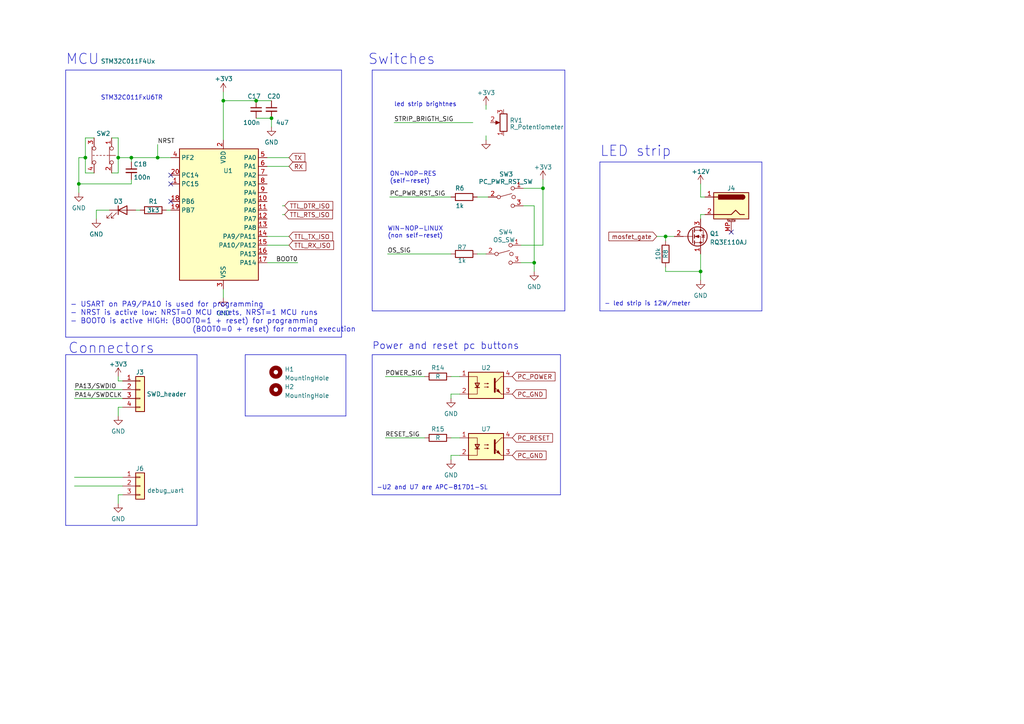
<source format=kicad_sch>
(kicad_sch (version 20230121) (generator eeschema)
  (paper "A4")
  (lib_symbols
    (symbol "Connector:Barrel_Jack_MountingPin" (pin_names hide)
      (property "Reference" "J" (at 0 5.334 0))
      (property "Value" "Barrel_Jack_MountingPin" (at 1.27 -6.35 0))
      (symbol "Barrel_Jack_MountingPin_0_1"
        (rectangle (start -5.08 3.81) (end 5.08 -3.81) (stroke (width 0.254)) (fill (type background)))
        (arc (start -3.302 3.175) (mid -3.9343 2.54) (end -3.302 1.905) (stroke (width 0.254)))
        (arc (start -3.302 3.175) (mid -3.9343 2.54) (end -3.302 1.905) (stroke (width 0.254)) (fill (type outline)))
        (polyline (pts (xy 5.08 2.54) (xy 3.81 2.54)) (stroke (width 0.254)))
        (polyline (pts (xy -3.81 -2.54) (xy -2.54 -2.54) (xy -1.27 -1.27) (xy 0 -2.54) (xy 2.54 -2.54) (xy 5.08 -2.54)) (stroke (width 0.254)))
        (rectangle (start 3.683 3.175) (end -3.302 1.905) (stroke (width 0.254)) (fill (type outline)))
      )
      (symbol "Barrel_Jack_MountingPin_1_1"
        (polyline (pts (xy -1.016 -4.572) (xy 1.016 -4.572)) (stroke (width 0.1524)))
        (text "Mounting" (at 0 -4.191 0) (effects (font (size 0.381 0.381))))
        (pin passive line (at 7.62 2.54 180) (length 2.54) (name "~") (number "1"))
        (pin passive line (at 7.62 -2.54 180) (length 2.54) (name "~") (number "2"))
        (pin passive line (at 0 -7.62 90) (length 3.048) (name "MountPin") (number "MP"))
      )
    )
    (symbol "Connector_Generic:Conn_01x03" (pin_names (offset 1.016) hide)
      (property "Reference" "J" (at 0 5.08 0))
      (property "Value" "Conn_01x03" (at 0 -5.08 0))
      (symbol "Conn_01x03_1_1"
        (rectangle (start -1.27 -2.413) (end 0 -2.667) (stroke (width 0.1524)))
        (rectangle (start -1.27 0.127) (end 0 -0.127) (stroke (width 0.1524)))
        (rectangle (start -1.27 2.667) (end 0 2.413) (stroke (width 0.1524)))
        (rectangle (start -1.27 3.81) (end 1.27 -3.81) (stroke (width 0.254)) (fill (type background)))
        (pin passive line (at -5.08 2.54 0) (length 3.81) (name "Pin_1") (number "1"))
        (pin passive line (at -5.08 0 0) (length 3.81) (name "Pin_2") (number "2"))
        (pin passive line (at -5.08 -2.54 0) (length 3.81) (name "Pin_3") (number "3"))
      )
    )
    (symbol "Connector_Generic:Conn_01x04" (pin_names (offset 1.016) hide)
      (property "Reference" "J" (at 0 5.08 0))
      (property "Value" "Conn_01x04" (at 0 -7.62 0))
      (symbol "Conn_01x04_1_1"
        (rectangle (start -1.27 -4.953) (end 0 -5.207) (stroke (width 0.1524)))
        (rectangle (start -1.27 -2.413) (end 0 -2.667) (stroke (width 0.1524)))
        (rectangle (start -1.27 0.127) (end 0 -0.127) (stroke (width 0.1524)))
        (rectangle (start -1.27 2.667) (end 0 2.413) (stroke (width 0.1524)))
        (rectangle (start -1.27 3.81) (end 1.27 -6.35) (stroke (width 0.254)) (fill (type background)))
        (pin passive line (at -5.08 2.54 0) (length 3.81) (name "Pin_1") (number "1"))
        (pin passive line (at -5.08 0 0) (length 3.81) (name "Pin_2") (number "2"))
        (pin passive line (at -5.08 -2.54 0) (length 3.81) (name "Pin_3") (number "3"))
        (pin passive line (at -5.08 -5.08 0) (length 3.81) (name "Pin_4") (number "4"))
      )
    )
    (symbol "Device:C_Small" (pin_numbers hide) (pin_names (offset 0.254) hide)
      (property "Reference" "C" (at 0.254 1.778 0))
      (property "Value" "C_Small" (at 0.254 -2.032 0))
      (symbol "C_Small_0_1"
        (polyline (pts (xy -1.524 -0.508) (xy 1.524 -0.508)) (stroke (width 0.3302)))
        (polyline (pts (xy -1.524 0.508) (xy 1.524 0.508)) (stroke (width 0.3048)))
      )
      (symbol "C_Small_1_1"
        (pin passive line (at 0 2.54 270) (length 2.032) (name "~") (number "1"))
        (pin passive line (at 0 -2.54 90) (length 2.032) (name "~") (number "2"))
      )
    )
    (symbol "Device:LED" (pin_numbers hide) (pin_names (offset 1.016) hide)
      (property "Reference" "D" (at 0 2.54 0))
      (property "Value" "LED" (at 0 -2.54 0))
      (symbol "LED_0_1"
        (polyline (pts (xy -1.27 -1.27) (xy -1.27 1.27)) (stroke (width 0.254)))
        (polyline (pts (xy -1.27 0) (xy 1.27 0)))
        (polyline (pts (xy 1.27 -1.27) (xy 1.27 1.27) (xy -1.27 0) (xy 1.27 -1.27)) (stroke (width 0.254)))
        (polyline (pts (xy -3.048 -0.762) (xy -4.572 -2.286) (xy -3.81 -2.286) (xy -4.572 -2.286) (xy -4.572 -1.524)))
        (polyline (pts (xy -1.778 -0.762) (xy -3.302 -2.286) (xy -2.54 -2.286) (xy -3.302 -2.286) (xy -3.302 -1.524)))
      )
      (symbol "LED_1_1"
        (pin passive line (at -3.81 0 0) (length 2.54) (name "K") (number "1"))
        (pin passive line (at 3.81 0 180) (length 2.54) (name "A") (number "2"))
      )
    )
    (symbol "Device:R" (pin_numbers hide) (pin_names (offset 0))
      (property "Reference" "R" (at 2.032 0 90))
      (property "Value" "R" (at 0 0 90))
      (symbol "R_0_1"
        (rectangle (start -1.016 -2.54) (end 1.016 2.54) (stroke (width 0.254)))
      )
      (symbol "R_1_1"
        (pin passive line (at 0 3.81 270) (length 1.27) (name "~") (number "1"))
        (pin passive line (at 0 -3.81 90) (length 1.27) (name "~") (number "2"))
      )
    )
    (symbol "Device:R_Potentiometer" (pin_names (offset 1.016) hide)
      (property "Reference" "RV" (at -4.445 0 90))
      (property "Value" "R_Potentiometer" (at -2.54 0 90))
      (symbol "R_Potentiometer_0_1"
        (polyline (pts (xy 2.54 0) (xy 1.524 0)))
        (polyline (pts (xy 1.143 0) (xy 2.286 0.508) (xy 2.286 -0.508) (xy 1.143 0)) (fill (type outline)))
        (rectangle (start 1.016 2.54) (end -1.016 -2.54) (stroke (width 0.254)))
      )
      (symbol "R_Potentiometer_1_1"
        (pin passive line (at 0 3.81 270) (length 1.27) (name "1") (number "1"))
        (pin passive line (at 3.81 0 180) (length 1.27) (name "2") (number "2"))
        (pin passive line (at 0 -3.81 90) (length 1.27) (name "3") (number "3"))
      )
    )
    (symbol "Isolator:PC817" (pin_names (offset 1.016))
      (property "Reference" "U" (at -5.08 5.08 0))
      (property "Value" "PC817" (at 0 5.08 0))
      (symbol "PC817_0_1"
        (rectangle (start -5.08 3.81) (end 5.08 -3.81) (stroke (width 0.254)) (fill (type background)))
        (polyline (pts (xy -3.175 -0.635) (xy -1.905 -0.635)) (stroke (width 0.254)))
        (polyline (pts (xy 2.54 0.635) (xy 4.445 2.54)))
        (polyline (pts (xy 4.445 -2.54) (xy 2.54 -0.635)) (fill (type outline)))
        (polyline (pts (xy 4.445 -2.54) (xy 5.08 -2.54)))
        (polyline (pts (xy 4.445 2.54) (xy 5.08 2.54)))
        (polyline (pts (xy -5.08 2.54) (xy -2.54 2.54) (xy -2.54 -0.635)))
        (polyline (pts (xy -2.54 -0.635) (xy -2.54 -2.54) (xy -5.08 -2.54)))
        (polyline (pts (xy 2.54 1.905) (xy 2.54 -1.905) (xy 2.54 -1.905)) (stroke (width 0.508)))
        (polyline (pts (xy -2.54 -0.635) (xy -3.175 0.635) (xy -1.905 0.635) (xy -2.54 -0.635)) (stroke (width 0.254)))
        (polyline (pts (xy -0.508 -0.508) (xy 0.762 -0.508) (xy 0.381 -0.635) (xy 0.381 -0.381) (xy 0.762 -0.508)))
        (polyline (pts (xy -0.508 0.508) (xy 0.762 0.508) (xy 0.381 0.381) (xy 0.381 0.635) (xy 0.762 0.508)))
        (polyline (pts (xy 3.048 -1.651) (xy 3.556 -1.143) (xy 4.064 -2.159) (xy 3.048 -1.651) (xy 3.048 -1.651)) (fill (type outline)))
      )
      (symbol "PC817_1_1"
        (pin passive line (at -7.62 2.54 0) (length 2.54) (name "~") (number "1"))
        (pin passive line (at -7.62 -2.54 0) (length 2.54) (name "~") (number "2"))
        (pin passive line (at 7.62 -2.54 180) (length 2.54) (name "~") (number "3"))
        (pin passive line (at 7.62 2.54 180) (length 2.54) (name "~") (number "4"))
      )
    )
    (symbol "MCU_ST_STM32C0:STM32C011F4Ux"
      (property "Reference" "U" (at -10.16 21.59 0))
      (property "Value" "STM32C011F4Ux" (at 5.08 21.59 0))
      (symbol "STM32C011F4Ux_0_1"
        (rectangle (start -10.16 -17.78) (end 12.7 20.32) (stroke (width 0.254)) (fill (type background)))
      )
      (symbol "STM32C011F4Ux_1_1"
        (pin bidirectional line (at -12.7 10.16 0) (length 2.54) (name "PC15") (number "1"))
        (pin bidirectional line (at 15.24 5.08 180) (length 2.54) (name "PA5") (number "10"))
        (pin bidirectional line (at 15.24 2.54 180) (length 2.54) (name "PA6") (number "11"))
        (pin bidirectional line (at 15.24 0 180) (length 2.54) (name "PA7") (number "12"))
        (pin bidirectional line (at 15.24 -2.54 180) (length 2.54) (name "PA8") (number "13"))
        (pin bidirectional line (at 15.24 -5.08 180) (length 2.54) (name "PA9/PA11") (number "14"))
        (pin bidirectional line (at 15.24 -7.62 180) (length 2.54) (name "PA10/PA12") (number "15"))
        (pin bidirectional line (at 15.24 -10.16 180) (length 2.54) (name "PA13") (number "16"))
        (pin bidirectional line (at 15.24 -12.7 180) (length 2.54) (name "PA14") (number "17"))
        (pin bidirectional line (at -12.7 5.08 0) (length 2.54) (name "PB6") (number "18"))
        (pin bidirectional line (at -12.7 2.54 0) (length 2.54) (name "PB7") (number "19"))
        (pin power_in line (at 2.54 22.86 270) (length 2.54) (name "VDD") (number "2"))
        (pin bidirectional line (at -12.7 12.7 0) (length 2.54) (name "PC14") (number "20"))
        (pin power_in line (at 2.54 -20.32 90) (length 2.54) (name "VSS") (number "3"))
        (pin bidirectional line (at -12.7 17.78 0) (length 2.54) (name "PF2") (number "4"))
        (pin bidirectional line (at 15.24 17.78 180) (length 2.54) (name "PA0") (number "5"))
        (pin bidirectional line (at 15.24 15.24 180) (length 2.54) (name "PA1") (number "6"))
        (pin bidirectional line (at 15.24 12.7 180) (length 2.54) (name "PA2") (number "7"))
        (pin bidirectional line (at 15.24 10.16 180) (length 2.54) (name "PA3") (number "8"))
        (pin bidirectional line (at 15.24 7.62 180) (length 2.54) (name "PA4") (number "9"))
      )
    )
    (symbol "Mechanical:MountingHole" (pin_names (offset 1.016))
      (property "Reference" "H" (at 0 5.08 0))
      (property "Value" "MountingHole" (at 0 3.175 0))
      (symbol "MountingHole_0_1"
        (circle (center 0 0) (radius 1.27) (stroke (width 1.27)))
      )
    )
    (symbol "RQ3E100GNTB:RQ3E110AJ" (pin_names hide)
      (property "Reference" "Q" (at 5.08 1.905 0))
      (property "Value" "RQ3E110AJ" (at 5.08 0 0))
      (symbol "RQ3E110AJ_0_1"
        (polyline (pts (xy 0.254 0) (xy -2.54 0)))
        (polyline (pts (xy 0.254 1.905) (xy 0.254 -1.905)) (stroke (width 0.254)))
        (polyline (pts (xy 0.762 -1.27) (xy 0.762 -2.286)) (stroke (width 0.254)))
        (polyline (pts (xy 0.762 0.508) (xy 0.762 -0.508)) (stroke (width 0.254)))
        (polyline (pts (xy 0.762 2.286) (xy 0.762 1.27)) (stroke (width 0.254)))
        (polyline (pts (xy 2.54 2.54) (xy 2.54 1.778)))
        (polyline (pts (xy 2.54 -2.54) (xy 2.54 0) (xy 0.762 0)))
        (polyline (pts (xy 0.762 -1.778) (xy 3.302 -1.778) (xy 3.302 1.778) (xy 0.762 1.778)))
        (polyline (pts (xy 1.016 0) (xy 2.032 0.381) (xy 2.032 -0.381) (xy 1.016 0)) (fill (type outline)))
        (polyline (pts (xy 2.794 0.508) (xy 2.921 0.381) (xy 3.683 0.381) (xy 3.81 0.254)))
        (polyline (pts (xy 3.302 0.381) (xy 2.921 -0.254) (xy 3.683 -0.254) (xy 3.302 0.381)))
        (circle (center 1.651 0) (radius 2.794) (stroke (width 0.254)))
        (circle (center 2.54 -1.778) (radius 0.254) (fill (type outline)))
        (circle (center 2.54 1.778) (radius 0.254) (fill (type outline)))
      )
      (symbol "RQ3E110AJ_1_1"
        (pin passive line (at 2.54 -5.08 90) (length 2.54) (name "S") (number "1"))
        (pin input line (at -5.08 0 0) (length 2.54) (name "G") (number "2"))
        (pin passive line (at 2.54 5.08 270) (length 2.54) (name "D") (number "3"))
      )
    )
    (symbol "Switch:SW_Push_Open_Dual" (pin_names (offset 1.016) hide)
      (property "Reference" "SW" (at 1.27 2.54 0))
      (property "Value" "SW_Push_Open_Dual" (at 0 -6.985 0))
      (symbol "SW_Push_Open_Dual_0_1"
        (circle (center -2.032 -5.08) (radius 0.508))
        (circle (center -2.032 0) (radius 0.508))
        (polyline (pts (xy 0 -4.953) (xy 0 -5.461)))
        (polyline (pts (xy 0 -3.937) (xy 0 -4.445)))
        (polyline (pts (xy 0 -3.429) (xy 0 -2.921)))
        (polyline (pts (xy 0 -2.413) (xy 0 -1.905)))
        (polyline (pts (xy 0 -1.397) (xy 0 -0.889)))
        (polyline (pts (xy 0 -0.635) (xy 0 1.143)))
        (polyline (pts (xy 2.54 -5.715) (xy -2.54 -5.715)))
        (polyline (pts (xy 2.54 -0.635) (xy -2.54 -0.635)))
        (circle (center 2.032 -5.08) (radius 0.508))
        (circle (center 2.032 0) (radius 0.508))
        (pin passive line (at -5.08 0 0) (length 2.54) (name "1") (number "1"))
        (pin passive line (at 5.08 0 180) (length 2.54) (name "2") (number "2"))
        (pin passive line (at -5.08 -5.08 0) (length 2.54) (name "3") (number "3"))
        (pin passive line (at 5.08 -5.08 180) (length 2.54) (name "4") (number "4"))
      )
    )
    (symbol "Switch:SW_SPDT_MSM" (pin_names (offset 0) hide)
      (property "Reference" "SW" (at 0 5.08 0))
      (property "Value" "SW_SPDT_MSM" (at 0 -5.08 0))
      (symbol "SW_SPDT_MSM_0_0"
        (circle (center -2.032 0) (radius 0.508))
        (polyline (pts (xy -1.524 0.127) (xy 1.778 1.016)))
        (circle (center 2.032 -2.54) (radius 0.508))
      )
      (symbol "SW_SPDT_MSM_0_1"
        (circle (center 2.032 2.54) (radius 0.508))
        (circle (center 2.286 0) (radius 0.508))
      )
      (symbol "SW_SPDT_MSM_1_1"
        (pin passive line (at 5.08 2.54 180) (length 2.54) (name "1") (number "1"))
        (pin passive line (at -5.08 0 0) (length 2.54) (name "2") (number "2"))
        (pin passive line (at 5.08 -2.54 180) (length 2.54) (name "3") (number "3"))
      )
    )
    (symbol "power:+12V" (power) (pin_names (offset 0))
      (property "Value" "+12V" (at 0 3.556 0))
      (symbol "+12V_0_1"
        (polyline (pts (xy -0.762 1.27) (xy 0 2.54)))
        (polyline (pts (xy 0 0) (xy 0 2.54)))
        (polyline (pts (xy 0 2.54) (xy 0.762 1.27)))
      )
      (symbol "+12V_1_1"
        (pin power_in line (at 0 0 90) (length 0) hide (name "+12V") (number "1"))
      )
    )
    (symbol "power:+3V3" (power) (pin_names (offset 0))
      (property "Value" "+3V3" (at 0 3.556 0))
      (symbol "+3V3_0_1"
        (polyline (pts (xy -0.762 1.27) (xy 0 2.54)))
        (polyline (pts (xy 0 0) (xy 0 2.54)))
        (polyline (pts (xy 0 2.54) (xy 0.762 1.27)))
      )
      (symbol "+3V3_1_1"
        (pin power_in line (at 0 0 90) (length 0) hide (name "+3V3") (number "1"))
      )
    )
    (symbol "power:GND" (power) (pin_names (offset 0))
      (property "Value" "GND" (at 0 -3.81 0))
      (symbol "GND_0_1"
        (polyline (pts (xy 0 0) (xy 0 -1.27) (xy 1.27 -1.27) (xy 0 -2.54) (xy -1.27 -1.27) (xy 0 -1.27)))
      )
      (symbol "GND_1_1"
        (pin power_in line (at 0 0 270) (length 0) hide (name "GND") (number "1"))
      )
    )
  )
  (junction (at 74.295 29.21))
  (junction (at 24.765 45.72))
  (junction (at 64.77 29.21))
  (junction (at 45.72 45.72))
  (junction (at 34.29 45.72))
  (junction (at 157.48 54.61))
  (junction (at 38.1 45.72))
  (junction (at 22.86 53.34))
  (junction (at 193.04 68.58))
  (junction (at 203.2 78.74))
  (junction (at 78.74 34.29))
  (junction (at 154.94 76.2))
  (no_connect (at 49.53 58.42))
  (no_connect (at 49.53 53.34))
  (no_connect (at 49.53 50.8))
  (no_connect (at 212.09 67.31))
  (wire (pts (xy 45.72 41.91) (xy 45.72 45.72)))
  (wire (pts (xy 22.86 45.72) (xy 24.765 45.72)))
  (polyline (pts (xy 19.05 102.87) (xy 57.15 102.87)))
  (wire (pts (xy 34.29 118.11) (xy 35.56 118.11)))
  (wire (pts (xy 193.04 68.58) (xy 195.58 68.58)))
  (wire (pts (xy 130.81 132.08) (xy 133.35 132.08)))
  (wire (pts (xy 86.36 76.2) (xy 77.47 76.2)))
  (wire (pts (xy 64.77 83.82) (xy 64.77 86.36)))
  (wire (pts (xy 151.765 54.61) (xy 157.48 54.61)))
  (wire (pts (xy 193.04 78.74) (xy 203.2 78.74)))
  (wire (pts (xy 130.81 114.3) (xy 130.81 115.57)))
  (wire (pts (xy 34.29 143.51) (xy 34.29 146.05)))
  (wire (pts (xy 112.395 73.66) (xy 130.81 73.66)))
  (wire (pts (xy 32.385 40.005) (xy 34.29 40.005)))
  (wire (pts (xy 83.82 45.72) (xy 77.47 45.72)))
  (wire (pts (xy 203.2 73.66) (xy 203.2 78.74)))
  (wire (pts (xy 34.29 45.72) (xy 38.1 45.72)))
  (wire (pts (xy 151.13 76.2) (xy 154.94 76.2)))
  (wire (pts (xy 82.55 59.69) (xy 81.915 59.69)))
  (wire (pts (xy 38.1 52.07) (xy 38.1 53.34)))
  (wire (pts (xy 140.97 30.48) (xy 140.97 31.75)))
  (wire (pts (xy 31.75 60.96) (xy 27.94 60.96)))
  (wire (pts (xy 203.2 53.34) (xy 203.2 57.15)))
  (wire (pts (xy 34.29 143.51) (xy 35.56 143.51)))
  (wire (pts (xy 83.82 68.58) (xy 77.47 68.58)))
  (wire (pts (xy 154.94 76.2) (xy 154.94 78.74)))
  (polyline (pts (xy 19.05 20.32) (xy 19.05 97.79)))
  (polyline (pts (xy 107.95 20.32) (xy 163.83 20.32)))
  (wire (pts (xy 151.13 71.12) (xy 157.48 71.12)))
  (wire (pts (xy 22.86 53.34) (xy 22.86 55.88)))
  (wire (pts (xy 157.48 54.61) (xy 157.48 71.12)))
  (polyline (pts (xy 173.99 46.99) (xy 173.99 90.17)))
  (polyline (pts (xy 19.05 97.79) (xy 99.06 97.79)))
  (polyline (pts (xy 71.12 102.87) (xy 71.12 120.65)))
  (wire (pts (xy 64.77 29.21) (xy 64.77 26.67)))
  (wire (pts (xy 24.765 40.005) (xy 27.305 40.005)))
  (wire (pts (xy 34.29 40.005) (xy 34.29 45.72)))
  (wire (pts (xy 151.765 59.69) (xy 154.94 59.69)))
  (polyline (pts (xy 173.99 46.99) (xy 220.98 46.99)))
  (wire (pts (xy 203.2 57.15) (xy 204.47 57.15)))
  (polyline (pts (xy 100.33 120.65) (xy 71.12 120.65)))
  (wire (pts (xy 21.59 113.03) (xy 35.56 113.03)))
  (polyline (pts (xy 19.05 152.4) (xy 57.15 152.4)))
  (polyline (pts (xy 107.95 90.17) (xy 163.83 90.17)))
  (polyline (pts (xy 220.98 90.17) (xy 220.98 46.99)))
  (polyline (pts (xy 107.95 143.51) (xy 162.56 143.51)))
  (wire (pts (xy 113.03 57.15) (xy 130.81 57.15)))
  (wire (pts (xy 193.04 68.58) (xy 193.04 69.85)))
  (polyline (pts (xy 107.95 20.32) (xy 107.95 90.17)))
  (wire (pts (xy 203.2 62.23) (xy 203.2 63.5)))
  (wire (pts (xy 27.305 50.165) (xy 24.765 50.165)))
  (wire (pts (xy 74.295 34.29) (xy 78.74 34.29)))
  (polyline (pts (xy 57.15 152.4) (xy 57.15 102.87)))
  (wire (pts (xy 111.76 127) (xy 123.19 127)))
  (wire (pts (xy 24.765 45.72) (xy 24.765 50.165)))
  (wire (pts (xy 82.55 62.23) (xy 81.915 62.23)))
  (wire (pts (xy 27.94 60.96) (xy 27.94 63.5)))
  (wire (pts (xy 78.74 34.29) (xy 78.74 36.83)))
  (wire (pts (xy 83.82 48.26) (xy 77.47 48.26)))
  (wire (pts (xy 21.59 138.43) (xy 35.56 138.43)))
  (wire (pts (xy 38.1 45.72) (xy 45.72 45.72)))
  (polyline (pts (xy 71.12 102.87) (xy 100.33 102.87)))
  (wire (pts (xy 203.2 62.23) (xy 204.47 62.23)))
  (polyline (pts (xy 107.95 102.87) (xy 107.95 143.51)))
  (wire (pts (xy 111.76 109.22) (xy 123.19 109.22)))
  (wire (pts (xy 21.59 115.57) (xy 35.56 115.57)))
  (wire (pts (xy 74.295 29.21) (xy 78.74 29.21)))
  (wire (pts (xy 64.77 29.21) (xy 74.295 29.21)))
  (wire (pts (xy 34.29 118.11) (xy 34.29 120.65)))
  (polyline (pts (xy 162.56 143.51) (xy 162.56 102.87)))
  (wire (pts (xy 40.64 60.96) (xy 39.37 60.96)))
  (wire (pts (xy 22.86 45.72) (xy 22.86 53.34)))
  (polyline (pts (xy 99.06 97.79) (xy 99.06 20.32)))
  (wire (pts (xy 48.26 60.96) (xy 49.53 60.96)))
  (polyline (pts (xy 173.99 90.17) (xy 220.98 90.17)))
  (wire (pts (xy 140.97 39.37) (xy 140.97 40.64)))
  (wire (pts (xy 130.81 127) (xy 133.35 127)))
  (wire (pts (xy 24.765 40.005) (xy 24.765 45.72)))
  (wire (pts (xy 83.82 71.12) (xy 77.47 71.12)))
  (wire (pts (xy 64.77 29.21) (xy 64.77 40.64)))
  (wire (pts (xy 45.72 45.72) (xy 49.53 45.72)))
  (wire (pts (xy 157.48 52.07) (xy 157.48 54.61)))
  (polyline (pts (xy 107.95 102.87) (xy 162.56 102.87)))
  (wire (pts (xy 138.43 57.15) (xy 141.605 57.15)))
  (wire (pts (xy 114.3 35.56) (xy 137.16 35.56)))
  (wire (pts (xy 154.94 59.69) (xy 154.94 76.2)))
  (wire (pts (xy 203.2 78.74) (xy 203.2 81.28)))
  (wire (pts (xy 22.86 53.34) (xy 38.1 53.34)))
  (polyline (pts (xy 19.05 20.32) (xy 99.06 20.32)))
  (wire (pts (xy 34.29 50.165) (xy 32.385 50.165)))
  (wire (pts (xy 34.29 45.72) (xy 34.29 50.165)))
  (polyline (pts (xy 163.83 90.17) (xy 163.83 20.32)))
  (wire (pts (xy 138.43 73.66) (xy 140.97 73.66)))
  (wire (pts (xy 130.81 132.08) (xy 130.81 133.35)))
  (wire (pts (xy 21.59 140.97) (xy 35.56 140.97)))
  (wire (pts (xy 38.1 45.72) (xy 38.1 46.99)))
  (polyline (pts (xy 19.05 102.87) (xy 19.05 152.4)))
  (wire (pts (xy 190.5 68.58) (xy 193.04 68.58)))
  (wire (pts (xy 34.29 109.22) (xy 34.29 110.49)))
  (wire (pts (xy 133.35 114.3) (xy 130.81 114.3)))
  (wire (pts (xy 130.81 109.22) (xy 133.35 109.22)))
  (wire (pts (xy 34.29 110.49) (xy 35.56 110.49)))
  (wire (pts (xy 193.04 77.47) (xy 193.04 78.74)))
  (polyline (pts (xy 100.33 102.87) (xy 100.33 120.65)))
  (text "led strip brightnes" (at 114.3 31.115 0) (effects (font (size 1.27 1.27)) (justify left bottom)))
  (text "-U2 and U7 are APC-817D1-SL" (at 109.22 142.24 0) (effects (font (size 1.27 1.27)) (justify left bottom)))
  (text "ON-NOP-RES\n(self-reset)" (at 113.03 53.34 0) (effects (font (size 1.27 1.27)) (justify left bottom)))
  (text "STM32C011FxU6TR" (at 29.21 29.21 0) (effects (font (size 1.27 1.27)) (justify left bottom)))
  (text "MCU" (at 19.05 19.05 0) (effects (font (size 3 3)) (justify left bottom)))
  (text "WIN-NOP-LINUX\n(non self-reset)" (at 112.395 69.215 0) (effects (font (size 1.27 1.27)) (justify left bottom)))
  (text "Power and reset pc buttons" (at 107.95 101.6 0) (effects (font (size 2 2)) (justify left bottom)))
  (text "Connectors" (at 19.685 102.87 0) (effects (font (size 3 3)) (justify left bottom)))
  (text "LED strip" (at 173.99 45.72 0) (effects (font (size 3 3)) (justify left bottom)))
  (text "- USART on PA9/PA10 is used for programming\n- NRST is active low: NRST=0 MCU resets, NRST=1 MCU runs\n- BOOT0 is active HIGH: (BOOT0=1 + reset) for programming\n                               (BOOT0=0 + reset) for normal execution" (at 20.32 96.52 0) (effects (font (size 1.5 1.5)) (justify left bottom)))
  (text "Switches" (at 106.68 19.05 0) (effects (font (size 3 3)) (justify left bottom)))
  (text "- led strip is 12W/meter" (at 175.26 88.9 0) (effects (font (size 1.27 1.27)) (justify left bottom)))
  (label "RESET_SIG" (at 111.76 127 0))
  (label "PA13{slash}SWDIO" (at 21.59 113.03 0))
  (label "PA14{slash}SWDCLK" (at 21.59 115.57 0))
  (label "STRIP_BRIGTH_SIG" (at 114.3 35.56 0))
  (label "NRST" (at 45.72 41.91 0))
  (label "POWER_SIG" (at 111.76 109.22 0))
  (label "OS_SIG" (at 112.395 73.66 0))
  (label "PC_PWR_RST_SIG" (at 113.03 57.15 0))
  (label "BOOT0" (at 86.36 76.2 180))
  (global_label "PC_GND" (shape input) (at 148.59 114.3 0) (property "Intersheetrefs" "${INTERSHEET_REFS}" (effects hide)))
  (global_label "TTL_RX_ISO" (shape input) (at 83.82 71.12 0) (property "Intersheetrefs" "${INTERSHEET_REFS}" (effects hide)))
  (global_label "TX" (shape input) (at 83.82 45.72 0) (property "Intersheetrefs" "${INTERSHEET_REFS}" (effects hide)))
  (global_label "TTL_RTS_ISO" (shape input) (at 82.55 62.23 0) (property "Intersheetrefs" "${INTERSHEET_REFS}" (effects hide)))
  (global_label "mosfet_gate" (shape input) (at 190.5 68.58 180) (property "Intersheetrefs" "${INTERSHEET_REFS}" (effects hide)))
  (global_label "TTL_TX_ISO" (shape input) (at 83.82 68.58 0) (property "Intersheetrefs" "${INTERSHEET_REFS}" (effects hide)))
  (global_label "PC_POWER" (shape input) (at 148.59 109.22 0) (property "Intersheetrefs" "${INTERSHEET_REFS}" (effects hide)))
  (global_label "TTL_DTR_ISO" (shape input) (at 82.55 59.69 0) (property "Intersheetrefs" "${INTERSHEET_REFS}" (effects hide)))
  (global_label "PC_GND" (shape input) (at 148.59 132.08 0) (property "Intersheetrefs" "${INTERSHEET_REFS}" (effects hide)))
  (global_label "PC_RESET" (shape input) (at 148.59 127 0) (property "Intersheetrefs" "${INTERSHEET_REFS}" (effects hide)))
  (global_label "RX" (shape input) (at 83.82 48.26 0) (property "Intersheetrefs" "${INTERSHEET_REFS}" (effects hide)))
  (symbol (lib_id "power:GND") (at 203.2 81.28 0) (unit 1)
    (property "Reference" "#PWR0119" (effects hide))
    (property "Value" "GND" (at 203.2 85.7234 0))
  )
  (symbol (lib_id "Device:R") (at 134.62 73.66 90) (unit 1)
    (property "Reference" "R7" (at 133.985 71.755 90))
    (property "Value" "1k" (at 133.985 75.565 90))
    (property "Footprint" "Resistor_SMD:R_0603_1608Metric" (effects hide))
  )
  (symbol (lib_id "Switch:SW_SPDT_MSM") (at 146.05 73.66 0) (unit 1)
    (property "Reference" "SW4" (at 146.685 67.31 0))
    (property "Value" "OS_SW" (at 146.177 69.5761 0))
    (property "Footprint" "MTS-102-103:MTS-102-103" (effects hide))
  )
  (symbol (lib_id "power:GND") (at 140.97 40.64 0) (unit 1)
    (property "Reference" "#PWR0127" (effects hide))
    (property "Value" "GND" (effects hide))
  )
  (symbol (lib_id "Device:R") (at 127 109.22 90) (unit 1)
    (property "Reference" "R14" (at 127 106.68 90))
    (property "Value" "R" (at 127 109.22 90))
    (property "Footprint" "Resistor_SMD:R_0603_1608Metric" (effects hide))
  )
  (symbol (lib_id "power:+3V3") (at 64.77 26.67 0) (unit 1)
    (property "Reference" "#PWR07" (effects hide))
    (property "Value" "+3V3" (at 62.23 22.86 0) (effects (justify left)))
  )
  (symbol (lib_id "Device:R") (at 193.04 73.66 0) (unit 1)
    (property "Reference" "R8" (at 193.04 73.66 90))
    (property "Value" "10k" (at 190.8611 73.66 90))
    (property "Footprint" "Resistor_SMD:R_0603_1608Metric" (effects hide))
  )
  (symbol (lib_id "power:+3V3") (at 34.29 109.22 0) (unit 1)
    (property "Reference" "#PWR0115" (effects hide))
    (property "Value" "+3V3" (at 34.29 105.6442 0))
  )
  (symbol (lib_id "power:+3V3") (at 140.97 30.48 0) (unit 1)
    (property "Reference" "#PWR0126" (effects hide))
    (property "Value" "+3V3" (at 140.97 26.9042 0))
  )
  (symbol (lib_id "power:+3V3") (at 157.48 52.07 0) (unit 1)
    (property "Reference" "#PWR0124" (effects hide))
    (property "Value" "+3V3" (at 157.48 48.4942 0))
  )
  (symbol (lib_id "Switch:SW_Push_Open_Dual") (at 32.385 45.085 270) (unit 1)
    (property "Reference" "SW2" (at 27.94 38.735 90) (effects (justify left)))
    (property "Value" "SW_Push_Open_Dual" (effects hide))
    (property "Footprint" "SKRPACE010:SW_SKRPACE010" (effects hide))
  )
  (symbol (lib_id "power:GND") (at 130.81 115.57 0) (unit 1)
    (property "Reference" "#PWR0131" (effects hide))
    (property "Value" "GND" (at 130.81 120.0134 0))
  )
  (symbol (lib_id "Device:C_Small") (at 74.295 31.75 0) (unit 1)
    (property "Reference" "C17" (at 71.755 27.94 0) (effects (justify left)))
    (property "Value" "100n" (at 70.485 35.56 0) (effects (justify left)))
    (property "Footprint" "Capacitor_SMD:C_0603_1608Metric" (effects hide))
  )
  (symbol (lib_id "power:+12V") (at 203.2 53.34 0) (unit 1)
    (property "Reference" "#PWR0118" (effects hide))
    (property "Value" "+12V" (at 203.2 49.7642 0))
  )
  (symbol (lib_id "Switch:SW_SPDT_MSM") (at 146.685 57.15 0) (unit 1)
    (property "Reference" "SW3" (at 146.812 50.5292 0))
    (property "Value" "PC_PWR_RST_SW" (at 146.685 52.705 0))
    (property "Footprint" "MTS-102-103:MTS-102-103" (effects hide))
  )
  (symbol (lib_id "power:GND") (at 78.74 36.83 0) (unit 1)
    (property "Reference" "#PWR08" (effects hide))
    (property "Value" "GND" (at 78.74 41.2734 0))
  )
  (symbol (lib_id "power:GND") (at 130.81 133.35 0) (unit 1)
    (property "Reference" "#PWR0129" (effects hide))
    (property "Value" "GND" (at 130.81 137.7934 0))
  )
  (symbol (lib_id "Connector:Barrel_Jack_MountingPin") (at 212.09 59.69 0) (mirror y) (unit 1)
    (property "Reference" "J4" (at 212.09 54.61 0))
    (property "Value" "Barrel_Jack_MountingPin" (effects hide))
    (property "Footprint" "Connector_BarrelJack:BarrelJack_GCT_DCJ200-10-A_Horizontal" (effects hide))
  )
  (symbol (lib_id "Mechanical:MountingHole") (at 80.01 113.03 0) (unit 1)
    (property "Reference" "H2" (at 82.55 112.1953 0) (effects (justify left)))
    (property "Value" "MountingHole" (at 82.55 114.7322 0) (effects (justify left)))
    (property "Footprint" "MountingHole:MountingHole_3.2mm_M3_Pad_TopBottom" (effects hide))
  )
  (symbol (lib_id "Mechanical:MountingHole") (at 80.01 107.95 0) (unit 1)
    (property "Reference" "H1" (at 82.55 107.1153 0) (effects (justify left)))
    (property "Value" "MountingHole" (at 82.55 109.6522 0) (effects (justify left)))
    (property "Footprint" "MountingHole:MountingHole_3.2mm_M3_Pad_TopBottom" (effects hide))
  )
  (symbol (lib_id "power:GND") (at 154.94 78.74 0) (unit 1)
    (property "Reference" "#PWR0133" (effects hide))
    (property "Value" "GND" (at 154.94 83.1834 0))
  )
  (symbol (lib_id "Device:R") (at 44.45 60.96 270) (unit 1)
    (property "Reference" "R1" (at 44.45 58.42 90))
    (property "Value" "3k3" (at 44.45 60.96 90))
    (property "Footprint" "Resistor_SMD:R_0603_1608Metric" (effects hide))
  )
  (symbol (lib_id "power:GND") (at 64.77 86.36 0) (unit 1)
    (property "Reference" "#PWR06" (effects hide))
    (property "Value" "GND" (at 64.77 90.8034 0))
  )
  (symbol (lib_id "Isolator:PC817") (at 140.97 111.76 0) (unit 1)
    (property "Reference" "U2" (at 140.97 106.68 0))
    (property "Value" "PC817" (effects hide))
    (property "Footprint" "Package_DIP:DIP-4_W7.62mm" (effects hide))
    (property "Datasheet" "http://www.soselectronic.cz/a_info/resource/d/pc817.pdf" (effects hide))
  )
  (symbol (lib_id "Device:R") (at 134.62 57.15 90) (unit 1)
    (property "Reference" "R6" (at 133.35 54.61 90))
    (property "Value" "1k" (at 133.35 59.69 90))
    (property "Footprint" "Resistor_SMD:R_0603_1608Metric" (effects hide))
  )
  (symbol (lib_id "Device:R") (at 127 127 90) (unit 1)
    (property "Reference" "R15" (at 127 124.46 90))
    (property "Value" "R" (at 127 127 90))
    (property "Footprint" "Resistor_SMD:R_0603_1608Metric" (effects hide))
  )
  (symbol (lib_id "Connector_Generic:Conn_01x04") (at 40.64 113.03 0) (unit 1)
    (property "Reference" "J3" (at 39.37 107.95 0) (effects (justify left)))
    (property "Value" "SWD_header" (at 42.545 114.3 0) (effects (justify left)))
    (property "Footprint" "Connector_PinHeader_2.54mm:PinHeader_1x04_P2.54mm_Vertical" (effects hide))
  )
  (symbol (lib_id "power:GND") (at 34.29 120.65 0) (unit 1)
    (property "Reference" "#PWR0134" (effects hide))
    (property "Value" "GND" (at 34.29 125.0934 0))
  )
  (symbol (lib_id "power:GND") (at 27.94 63.5 0) (unit 1)
    (property "Reference" "#PWR05" (effects hide))
    (property "Value" "GND" (at 27.94 67.9434 0))
  )
  (symbol (lib_id "power:GND") (at 22.86 55.88 0) (unit 1)
    (property "Reference" "#PWR09" (effects hide))
    (property "Value" "GND" (at 22.86 60.3234 0))
  )
  (symbol (lib_id "RQ3E100GNTB:RQ3E110AJ") (at 200.66 68.58 0) (unit 1)
    (property "Reference" "Q1" (at 205.867 67.7453 0) (effects (justify left)))
    (property "Value" "RQ3E110AJ" (at 205.867 70.2822 0) (effects (justify left)))
    (property "Footprint" "SOTFL65P330X80-8N:SOTFL65P330X80-8N" (effects hide))
    (property "Datasheet" "https://www.infineon.com/dgdl/Infineon-BSB008NE2LX-DS-v02_00-EN.pdf?fileId=db3a30432e564707012e5745ca7d000e" (effects hide))
  )
  (symbol (lib_id "Device:LED") (at 35.56 60.96 0) (unit 1)
    (property "Reference" "D3" (at 34.29 58.42 0))
    (property "Value" "RED" (effects hide))
    (property "Footprint" "LED_SMD:LED_0603_1608Metric" (effects hide))
  )
  (symbol (lib_id "Connector_Generic:Conn_01x03") (at 40.64 140.97 0) (unit 1)
    (property "Reference" "J6" (at 39.37 135.89 0) (effects (justify left)))
    (property "Value" "debug_uart" (at 42.672 142.2473 0) (effects (justify left)))
    (property "Footprint" "Connector_PinHeader_2.54mm:PinHeader_1x03_P2.54mm_Vertical" (effects hide))
  )
  (symbol (lib_id "power:GND") (at 34.29 146.05 0) (unit 1)
    (property "Reference" "#PWR02" (effects hide))
    (property "Value" "GND" (at 34.29 150.4934 0))
  )
  (symbol (lib_id "MCU_ST_STM32C0:STM32C011F4Ux") (at 62.23 63.5 0) (unit 1)
    (property "Reference" "U1" (at 64.77 49.53 0) (effects (justify left)))
    (property "Value" "STM32C011F4Ux" (at 29.21 17.78 0) (effects (justify left)))
    (property "Footprint" "Package_DFN_QFN:ST_UFQFPN-20_3x3mm_P0.5mm" (effects hide))
    (property "Datasheet" "https://www.st.com/resource/en/datasheet/stm32c011f4.pdf" (effects hide))
  )
  (symbol (lib_id "Isolator:PC817") (at 140.97 129.54 0) (unit 1)
    (property "Reference" "U7" (at 140.97 124.46 0))
    (property "Value" "PC817" (effects hide))
    (property "Footprint" "Package_DIP:DIP-4_W7.62mm" (effects hide))
    (property "Datasheet" "http://www.soselectronic.cz/a_info/resource/d/pc817.pdf" (effects hide))
  )
  (symbol (lib_id "Device:C_Small") (at 38.1 49.53 0) (unit 1)
    (property "Reference" "C18" (at 38.735 47.625 0) (effects (justify left)))
    (property "Value" "100n" (at 38.735 51.435 0) (effects (justify left)))
    (property "Footprint" "Capacitor_SMD:C_0603_1608Metric" (effects hide))
  )
  (symbol (lib_id "Device:C_Small") (at 78.74 31.75 0) (unit 1)
    (property "Reference" "C20" (at 77.47 27.94 0) (effects (justify left)))
    (property "Value" "4u7" (at 80.01 35.56 0) (effects (justify left)))
    (property "Footprint" "Capacitor_SMD:C_0603_1608Metric" (effects hide))
  )
  (symbol (lib_id "Device:R_Potentiometer") (at 146.05 35.56 180) (unit 1)
    (property "Reference" "RV1" (at 147.828 34.9163 0) (effects (justify right)))
    (property "Value" "R_Potentiometer" (at 147.828 36.8373 0) (effects (justify right)))
    (property "Footprint" "Potentiometer_THT:Potentiometer_Alps_RK09L_Single_Vertical" (effects hide))
  )
)
</source>
